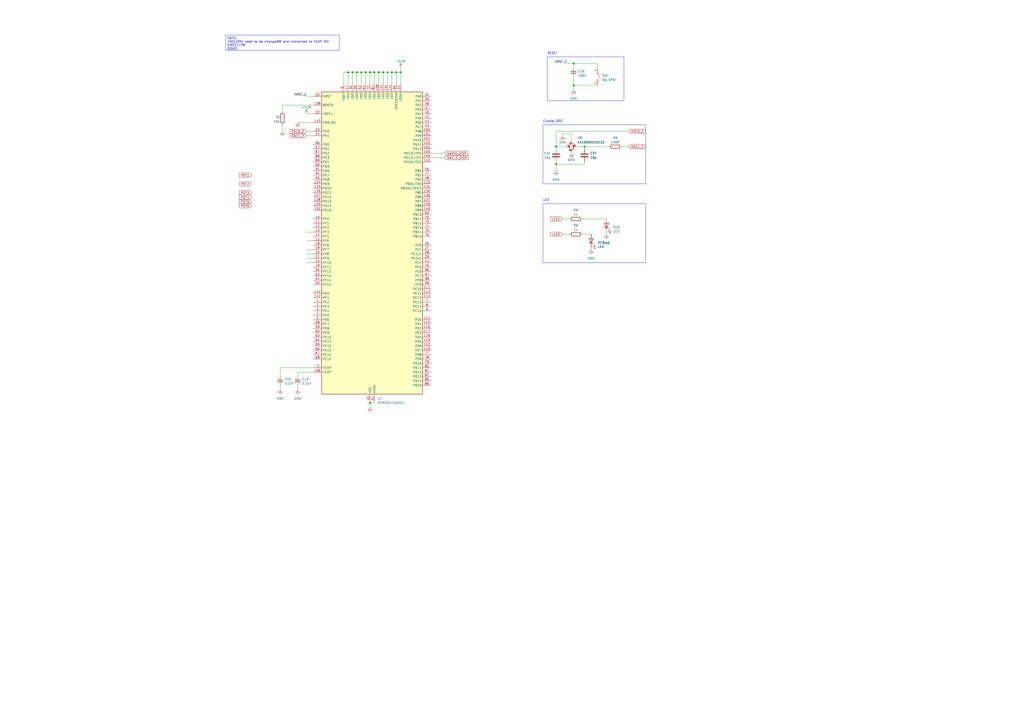
<source format=kicad_sch>
(kicad_sch (version 20230121) (generator eeschema)
  (paper "A2")
  (lib_symbols
    (symbol "Device:C" (pin_numbers hide) (pin_names (offset 0.254))
      (property "Reference" "C" (at 0.635 2.54 0))
      (property "Value" "C" (at 0.635 -2.54 0))
      (symbol "C_0_1"
        (polyline (pts (xy -2.032 -0.762) (xy 2.032 -0.762)) (stroke (width 0.508)))
        (polyline (pts (xy -2.032 0.762) (xy 2.032 0.762)) (stroke (width 0.508)))
      )
      (symbol "C_1_1"
        (pin passive line (at 0 3.81 270) (length 2.794) (name "~") (number "1"))
        (pin passive line (at 0 -3.81 90) (length 2.794) (name "~") (number "2"))
      )
    )
    (symbol "Device:C_Polarized_Small_US" (pin_numbers hide) (pin_names (offset 0.254) hide)
      (property "Reference" "C" (at 0.254 1.778 0))
      (property "Value" "C_Polarized_Small_US" (at 0.254 -2.032 0))
      (symbol "C_Polarized_Small_US_0_1"
        (polyline (pts (xy -1.524 0.508) (xy 1.524 0.508)) (stroke (width 0.3048)))
        (polyline (pts (xy -1.27 1.524) (xy -0.762 1.524)))
        (polyline (pts (xy -1.016 1.27) (xy -1.016 1.778)))
        (arc (start 1.524 -0.762) (mid 0 -0.3734) (end -1.524 -0.762) (stroke (width 0.3048)))
      )
      (symbol "C_Polarized_Small_US_1_1"
        (pin passive line (at 0 2.54 270) (length 2.032) (name "~") (number "1"))
        (pin passive line (at 0 -2.54 90) (length 2.032) (name "~") (number "2"))
      )
    )
    (symbol "Device:C_Small" (pin_numbers hide) (pin_names (offset 0.254) hide)
      (property "Reference" "C" (at 0.254 1.778 0))
      (property "Value" "C_Small" (at 0.254 -2.032 0))
      (symbol "C_Small_0_1"
        (polyline (pts (xy -1.524 -0.508) (xy 1.524 -0.508)) (stroke (width 0.3302)))
        (polyline (pts (xy -1.524 0.508) (xy 1.524 0.508)) (stroke (width 0.3048)))
      )
      (symbol "C_Small_1_1"
        (pin passive line (at 0 2.54 270) (length 2.032) (name "~") (number "1"))
        (pin passive line (at 0 -2.54 90) (length 2.032) (name "~") (number "2"))
      )
    )
    (symbol "Device:Crystal_GND24_Small" (pin_names (offset 1.016) hide)
      (property "Reference" "Y" (at 1.27 4.445 0))
      (property "Value" "Crystal_GND24_Small" (at 1.27 2.54 0))
      (symbol "Crystal_GND24_Small_0_1"
        (rectangle (start -0.762 -1.524) (end 0.762 1.524))
        (polyline (pts (xy -1.27 -0.762) (xy -1.27 0.762)) (stroke (width 0.381)))
        (polyline (pts (xy 1.27 -0.762) (xy 1.27 0.762)) (stroke (width 0.381)))
        (polyline (pts (xy -1.27 -1.27) (xy -1.27 -1.905) (xy 1.27 -1.905) (xy 1.27 -1.27)))
        (polyline (pts (xy -1.27 1.27) (xy -1.27 1.905) (xy 1.27 1.905) (xy 1.27 1.27)))
      )
      (symbol "Crystal_GND24_Small_1_1"
        (pin passive line (at -2.54 0 0) (length 1.27) (name "1") (number "1"))
        (pin passive line (at 0 -2.54 90) (length 0.635) (name "2") (number "2"))
        (pin passive line (at 2.54 0 180) (length 1.27) (name "3") (number "3"))
        (pin passive line (at 0 2.54 270) (length 0.635) (name "4") (number "4"))
      )
    )
    (symbol "Device:LED" (pin_numbers hide) (pin_names (offset 1.016) hide)
      (property "Reference" "D" (at 0 2.54 0))
      (property "Value" "LED" (at 0 -2.54 0))
      (symbol "LED_0_1"
        (polyline (pts (xy -1.27 -1.27) (xy -1.27 1.27)) (stroke (width 0.254)))
        (polyline (pts (xy -1.27 0) (xy 1.27 0)))
        (polyline (pts (xy 1.27 -1.27) (xy 1.27 1.27) (xy -1.27 0) (xy 1.27 -1.27)) (stroke (width 0.254)))
        (polyline (pts (xy -3.048 -0.762) (xy -4.572 -2.286) (xy -3.81 -2.286) (xy -4.572 -2.286) (xy -4.572 -1.524)))
        (polyline (pts (xy -1.778 -0.762) (xy -3.302 -2.286) (xy -2.54 -2.286) (xy -3.302 -2.286) (xy -3.302 -1.524)))
      )
      (symbol "LED_1_1"
        (pin passive line (at -3.81 0 0) (length 2.54) (name "K") (number "1"))
        (pin passive line (at 3.81 0 180) (length 2.54) (name "A") (number "2"))
      )
    )
    (symbol "Device:R" (pin_numbers hide) (pin_names (offset 0))
      (property "Reference" "R" (at 2.032 0 90))
      (property "Value" "R" (at 0 0 90))
      (symbol "R_0_1"
        (rectangle (start -1.016 -2.54) (end 1.016 2.54) (stroke (width 0.254)))
      )
      (symbol "R_1_1"
        (pin passive line (at 0 3.81 270) (length 1.27) (name "~") (number "1"))
        (pin passive line (at 0 -3.81 90) (length 1.27) (name "~") (number "2"))
      )
    )
    (symbol "MCU_ST_STM32H7:STM32H723ZGTx"
      (property "Reference" "U" (at -27.94 90.17 0))
      (property "Value" "STM32H723ZGTx" (at 20.32 90.17 0))
      (symbol "STM32H723ZGTx_0_1"
        (rectangle (start -27.94 -86.36) (end 30.48 88.9) (stroke (width 0.254)) (fill (type background)))
      )
      (symbol "STM32H723ZGTx_1_1"
        (pin bidirectional line (at -33.02 -33.02 0) (length 5.08) (name "PE2") (number "1"))
        (pin bidirectional line (at -33.02 15.24 0) (length 5.08) (name "PF0") (number "10"))
        (pin bidirectional line (at 35.56 66.04 180) (length 5.08) (name "PA8") (number "100"))
        (pin bidirectional line (at 35.56 63.5 180) (length 5.08) (name "PA9") (number "101"))
        (pin bidirectional line (at 35.56 60.96 180) (length 5.08) (name "PA10") (number "102"))
        (pin bidirectional line (at 35.56 58.42 180) (length 5.08) (name "PA11") (number "103"))
        (pin bidirectional line (at 35.56 55.88 180) (length 5.08) (name "PA12") (number "104"))
        (pin bidirectional line (at 35.56 53.34 180) (length 5.08) (name "PA13(JTMS") (number "105"))
        (pin power_out line (at -33.02 -73.66 0) (length 5.08) (name "VCAP") (number "106"))
        (pin passive line (at 0 -91.44 90) (length 5.08) hide (name "VSS") (number "107"))
        (pin power_in line (at 5.08 93.98 270) (length 5.08) (name "VDD") (number "108"))
        (pin bidirectional line (at 35.56 50.8 180) (length 5.08) (name "PA14(JTCK") (number "109"))
        (pin bidirectional line (at -33.02 12.7 0) (length 5.08) (name "PF1") (number "11"))
        (pin bidirectional line (at 35.56 48.26 180) (length 5.08) (name "PA15(JTDI)") (number "110"))
        (pin bidirectional line (at 35.56 -25.4 180) (length 5.08) (name "PC10") (number "111"))
        (pin bidirectional line (at 35.56 -27.94 180) (length 5.08) (name "PC11") (number "112"))
        (pin bidirectional line (at 35.56 -30.48 180) (length 5.08) (name "PC12") (number "113"))
        (pin bidirectional line (at 35.56 -43.18 180) (length 5.08) (name "PD0") (number "114"))
        (pin bidirectional line (at 35.56 -45.72 180) (length 5.08) (name "PD1") (number "115"))
        (pin bidirectional line (at 35.56 -48.26 180) (length 5.08) (name "PD2") (number "116"))
        (pin bidirectional line (at 35.56 -50.8 180) (length 5.08) (name "PD3") (number "117"))
        (pin bidirectional line (at 35.56 -53.34 180) (length 5.08) (name "PD4") (number "118"))
        (pin bidirectional line (at 35.56 -55.88 180) (length 5.08) (name "PD5") (number "119"))
        (pin bidirectional line (at -33.02 10.16 0) (length 5.08) (name "PF2") (number "12"))
        (pin passive line (at 0 -91.44 90) (length 5.08) hide (name "VSS") (number "120"))
        (pin power_in line (at 7.62 93.98 270) (length 5.08) (name "VDD") (number "121"))
        (pin bidirectional line (at 35.56 -58.42 180) (length 5.08) (name "PD6") (number "122"))
        (pin bidirectional line (at 35.56 -60.96 180) (length 5.08) (name "PD7") (number "123"))
        (pin bidirectional line (at -33.02 35.56 0) (length 5.08) (name "PG9") (number "124"))
        (pin bidirectional line (at -33.02 33.02 0) (length 5.08) (name "PG10") (number "125"))
        (pin bidirectional line (at -33.02 30.48 0) (length 5.08) (name "PG11") (number "126"))
        (pin bidirectional line (at -33.02 27.94 0) (length 5.08) (name "PG12") (number "127"))
        (pin bidirectional line (at -33.02 25.4 0) (length 5.08) (name "PG13") (number "128"))
        (pin bidirectional line (at -33.02 22.86 0) (length 5.08) (name "PG14") (number "129"))
        (pin bidirectional line (at -33.02 7.62 0) (length 5.08) (name "PF3") (number "13"))
        (pin passive line (at 0 -91.44 90) (length 5.08) hide (name "VSS") (number "130"))
        (pin power_in line (at 10.16 93.98 270) (length 5.08) (name "VDD") (number "131"))
        (pin bidirectional line (at -33.02 20.32 0) (length 5.08) (name "PG15") (number "132"))
        (pin bidirectional line (at 35.56 35.56 180) (length 5.08) (name "PB3(JTDO") (number "133"))
        (pin bidirectional line (at 35.56 33.02 180) (length 5.08) (name "PB4(NJTRST)") (number "134"))
        (pin bidirectional line (at 35.56 30.48 180) (length 5.08) (name "PB5") (number "135"))
        (pin bidirectional line (at 35.56 27.94 180) (length 5.08) (name "PB6") (number "136"))
        (pin bidirectional line (at 35.56 25.4 180) (length 5.08) (name "PB7") (number "137"))
        (pin input line (at -33.02 81.28 0) (length 5.08) (name "BOOT0") (number "138"))
        (pin bidirectional line (at 35.56 22.86 180) (length 5.08) (name "PB8") (number "139"))
        (pin bidirectional line (at -33.02 5.08 0) (length 5.08) (name "PF4") (number "14"))
        (pin bidirectional line (at 35.56 20.32 180) (length 5.08) (name "PB9") (number "140"))
        (pin bidirectional line (at -33.02 -27.94 0) (length 5.08) (name "PE0") (number "141"))
        (pin bidirectional line (at -33.02 -30.48 0) (length 5.08) (name "PE1") (number "142"))
        (pin input line (at -33.02 71.12 0) (length 5.08) (name "PDR_ON") (number "143"))
        (pin power_in line (at 12.7 93.98 270) (length 5.08) (name "VDD") (number "144"))
        (pin bidirectional line (at -33.02 2.54 0) (length 5.08) (name "PF5") (number "15"))
        (pin power_in line (at 0 -91.44 90) (length 5.08) (name "VSS") (number "16"))
        (pin power_in line (at -12.7 93.98 270) (length 5.08) (name "VDD") (number "17"))
        (pin bidirectional line (at -33.02 0 0) (length 5.08) (name "PF6") (number "18"))
        (pin bidirectional line (at -33.02 -2.54 0) (length 5.08) (name "PF7") (number "19"))
        (pin bidirectional line (at -33.02 -35.56 0) (length 5.08) (name "PE3") (number "2"))
        (pin bidirectional line (at -33.02 -5.08 0) (length 5.08) (name "PF8") (number "20"))
        (pin bidirectional line (at -33.02 -7.62 0) (length 5.08) (name "PF9") (number "21"))
        (pin bidirectional line (at -33.02 -10.16 0) (length 5.08) (name "PF10") (number "22"))
        (pin bidirectional line (at -33.02 66.04 0) (length 5.08) (name "PH0") (number "23"))
        (pin bidirectional line (at -33.02 63.5 0) (length 5.08) (name "PH1") (number "24"))
        (pin input line (at -33.02 86.36 0) (length 5.08) (name "NRST") (number "25"))
        (pin bidirectional line (at 35.56 0 180) (length 5.08) (name "PC0") (number "26"))
        (pin bidirectional line (at 35.56 -2.54 180) (length 5.08) (name "PC1") (number "27"))
        (pin bidirectional line (at 35.56 -5.08 180) (length 5.08) (name "PC2_C") (number "28"))
        (pin bidirectional line (at 35.56 -7.62 180) (length 5.08) (name "PC3_C") (number "29"))
        (pin bidirectional line (at -33.02 -38.1 0) (length 5.08) (name "PE4") (number "3"))
        (pin power_in line (at -10.16 93.98 270) (length 5.08) (name "VDD") (number "30"))
        (pin power_in line (at 2.54 -91.44 90) (length 5.08) (name "VSSA") (number "31"))
        (pin input line (at -33.02 76.2 0) (length 5.08) (name "VREF+") (number "32"))
        (pin power_in line (at 17.78 93.98 270) (length 5.08) (name "VDDA") (number "33"))
        (pin bidirectional line (at 35.56 86.36 180) (length 5.08) (name "PA0") (number "34"))
        (pin bidirectional line (at 35.56 83.82 180) (length 5.08) (name "PA1") (number "35"))
        (pin bidirectional line (at 35.56 81.28 180) (length 5.08) (name "PA2") (number "36"))
        (pin bidirectional line (at 35.56 78.74 180) (length 5.08) (name "PA3") (number "37"))
        (pin passive line (at 0 -91.44 90) (length 5.08) hide (name "VSS") (number "38"))
        (pin power_in line (at -7.62 93.98 270) (length 5.08) (name "VDD") (number "39"))
        (pin bidirectional line (at -33.02 -40.64 0) (length 5.08) (name "PE5") (number "4"))
        (pin bidirectional line (at 35.56 76.2 180) (length 5.08) (name "PA4") (number "40"))
        (pin bidirectional line (at 35.56 73.66 180) (length 5.08) (name "PA5") (number "41"))
        (pin bidirectional line (at 35.56 71.12 180) (length 5.08) (name "PA6") (number "42"))
        (pin bidirectional line (at 35.56 68.58 180) (length 5.08) (name "PA7") (number "43"))
        (pin bidirectional line (at 35.56 -10.16 180) (length 5.08) (name "PC4") (number "44"))
        (pin bidirectional line (at 35.56 -12.7 180) (length 5.08) (name "PC5") (number "45"))
        (pin bidirectional line (at 35.56 43.18 180) (length 5.08) (name "PB0") (number "46"))
        (pin bidirectional line (at 35.56 40.64 180) (length 5.08) (name "PB1") (number "47"))
        (pin bidirectional line (at 35.56 38.1 180) (length 5.08) (name "PB2") (number "48"))
        (pin bidirectional line (at -33.02 -12.7 0) (length 5.08) (name "PF11") (number "49"))
        (pin bidirectional line (at -33.02 -43.18 0) (length 5.08) (name "PE6") (number "5"))
        (pin bidirectional line (at -33.02 -15.24 0) (length 5.08) (name "PF12") (number "50"))
        (pin passive line (at 0 -91.44 90) (length 5.08) hide (name "VSS") (number "51"))
        (pin power_in line (at -5.08 93.98 270) (length 5.08) (name "VDD") (number "52"))
        (pin bidirectional line (at -33.02 -17.78 0) (length 5.08) (name "PF13") (number "53"))
        (pin bidirectional line (at -33.02 -20.32 0) (length 5.08) (name "PF14") (number "54"))
        (pin bidirectional line (at -33.02 -22.86 0) (length 5.08) (name "PF15") (number "55"))
        (pin bidirectional line (at -33.02 58.42 0) (length 5.08) (name "PG0") (number "56"))
        (pin bidirectional line (at -33.02 55.88 0) (length 5.08) (name "PG1") (number "57"))
        (pin bidirectional line (at -33.02 -45.72 0) (length 5.08) (name "PE7") (number "58"))
        (pin bidirectional line (at -33.02 -48.26 0) (length 5.08) (name "PE8") (number "59"))
        (pin power_in line (at -15.24 93.98 270) (length 5.08) (name "VBAT") (number "6"))
        (pin bidirectional line (at -33.02 -50.8 0) (length 5.08) (name "PE9") (number "60"))
        (pin passive line (at 0 -91.44 90) (length 5.08) hide (name "VSS") (number "61"))
        (pin power_in line (at -2.54 93.98 270) (length 5.08) (name "VDD") (number "62"))
        (pin bidirectional line (at -33.02 -53.34 0) (length 5.08) (name "PE10") (number "63"))
        (pin bidirectional line (at -33.02 -55.88 0) (length 5.08) (name "PE11") (number "64"))
        (pin bidirectional line (at -33.02 -58.42 0) (length 5.08) (name "PE12") (number "65"))
        (pin bidirectional line (at -33.02 -60.96 0) (length 5.08) (name "PE13") (number "66"))
        (pin bidirectional line (at -33.02 -63.5 0) (length 5.08) (name "PE14") (number "67"))
        (pin bidirectional line (at -33.02 -66.04 0) (length 5.08) (name "PE15") (number "68"))
        (pin bidirectional line (at 35.56 17.78 180) (length 5.08) (name "PB10") (number "69"))
        (pin bidirectional line (at 35.56 -33.02 180) (length 5.08) (name "PC13") (number "7"))
        (pin bidirectional line (at 35.56 15.24 180) (length 5.08) (name "PB11") (number "70"))
        (pin power_out line (at -33.02 -71.12 0) (length 5.08) (name "VCAP") (number "71"))
        (pin power_in line (at 0 93.98 270) (length 5.08) (name "VDD") (number "72"))
        (pin bidirectional line (at 35.56 12.7 180) (length 5.08) (name "PB12") (number "73"))
        (pin bidirectional line (at 35.56 10.16 180) (length 5.08) (name "PB13") (number "74"))
        (pin bidirectional line (at 35.56 7.62 180) (length 5.08) (name "PB14") (number "75"))
        (pin bidirectional line (at 35.56 5.08 180) (length 5.08) (name "PB15") (number "76"))
        (pin bidirectional line (at 35.56 -63.5 180) (length 5.08) (name "PD8") (number "77"))
        (pin bidirectional line (at 35.56 -66.04 180) (length 5.08) (name "PD9") (number "78"))
        (pin bidirectional line (at 35.56 -68.58 180) (length 5.08) (name "PD10") (number "79"))
        (pin bidirectional line (at 35.56 -35.56 180) (length 5.08) (name "PC14") (number "8"))
        (pin bidirectional line (at 35.56 -71.12 180) (length 5.08) (name "PD11") (number "80"))
        (pin bidirectional line (at 35.56 -73.66 180) (length 5.08) (name "PD12") (number "81"))
        (pin bidirectional line (at 35.56 -76.2 180) (length 5.08) (name "PD13") (number "82"))
        (pin passive line (at 0 -91.44 90) (length 5.08) hide (name "VSS") (number "83"))
        (pin power_in line (at 2.54 93.98 270) (length 5.08) (name "VDD") (number "84"))
        (pin bidirectional line (at 35.56 -78.74 180) (length 5.08) (name "PD14") (number "85"))
        (pin bidirectional line (at 35.56 -81.28 180) (length 5.08) (name "PD15") (number "86"))
        (pin bidirectional line (at -33.02 53.34 0) (length 5.08) (name "PG2") (number "87"))
        (pin bidirectional line (at -33.02 50.8 0) (length 5.08) (name "PG3") (number "88"))
        (pin bidirectional line (at -33.02 48.26 0) (length 5.08) (name "PG4") (number "89"))
        (pin bidirectional line (at 35.56 -38.1 180) (length 5.08) (name "PC15") (number "9"))
        (pin bidirectional line (at -33.02 45.72 0) (length 5.08) (name "PG5") (number "90"))
        (pin bidirectional line (at -33.02 43.18 0) (length 5.08) (name "PG6") (number "91"))
        (pin bidirectional line (at -33.02 40.64 0) (length 5.08) (name "PG7") (number "92"))
        (pin bidirectional line (at -33.02 38.1 0) (length 5.08) (name "PG8") (number "93"))
        (pin passive line (at 0 -91.44 90) (length 5.08) hide (name "VSS") (number "94"))
        (pin power_in line (at 15.24 93.98 270) (length 5.08) (name "VDD33USB") (number "95"))
        (pin bidirectional line (at 35.56 -15.24 180) (length 5.08) (name "PC6") (number "96"))
        (pin bidirectional line (at 35.56 -17.78 180) (length 5.08) (name "PC7") (number "97"))
        (pin bidirectional line (at 35.56 -20.32 180) (length 5.08) (name "PC8") (number "98"))
        (pin bidirectional line (at 35.56 -22.86 180) (length 5.08) (name "PC9") (number "99"))
      )
    )
    (symbol "Switch:SW_SPST" (pin_names (offset 0) hide)
      (property "Reference" "SW" (at 0 3.175 0))
      (property "Value" "SW_SPST" (at 0 -2.54 0))
      (symbol "SW_SPST_0_0"
        (circle (center -2.032 0) (radius 0.508))
        (polyline (pts (xy -1.524 0.254) (xy 1.524 1.778)))
        (circle (center 2.032 0) (radius 0.508))
      )
      (symbol "SW_SPST_1_1"
        (pin passive line (at -5.08 0 0) (length 2.54) (name "A") (number "1"))
        (pin passive line (at 5.08 0 180) (length 2.54) (name "B") (number "2"))
      )
    )
    (symbol "power:+3.3V" (power) (pin_names (offset 0))
      (property "Value" "+3.3V" (at 0 3.556 0))
      (symbol "+3.3V_0_1"
        (polyline (pts (xy -0.762 1.27) (xy 0 2.54)))
        (polyline (pts (xy 0 0) (xy 0 2.54)))
        (polyline (pts (xy 0 2.54) (xy 0.762 1.27)))
      )
      (symbol "+3.3V_1_1"
        (pin power_in line (at 0 0 90) (length 0) hide (name "+3.3V") (number "1"))
      )
    )
    (symbol "power:GND" (power) (pin_names (offset 0))
      (property "Value" "GND" (at 0 -3.81 0))
      (symbol "GND_0_1"
        (polyline (pts (xy 0 0) (xy 0 -1.27) (xy 1.27 -1.27) (xy 0 -2.54) (xy -1.27 -1.27) (xy 0 -1.27)))
      )
      (symbol "GND_1_1"
        (pin power_in line (at 0 0 270) (length 0) hide (name "GND") (number "1"))
      )
    )
  )
  (junction (at 322.58 85.09))
  (junction (at 204.47 41.91))
  (junction (at 219.71 41.91))
  (junction (at 224.79 41.91))
  (junction (at 339.09 85.09))
  (junction (at 214.63 233.68))
  (junction (at 212.09 41.91))
  (junction (at 332.74 49.53))
  (junction (at 232.41 41.91))
  (junction (at 209.55 41.91))
  (junction (at 207.01 41.91))
  (junction (at 229.87 41.91))
  (junction (at 214.63 41.91))
  (junction (at 227.33 41.91))
  (junction (at 201.93 41.91))
  (junction (at 222.25 41.91))
  (junction (at 322.58 95.25))
  (junction (at 332.74 36.83))
  (junction (at 217.17 41.91))
  (wire (pts (xy 177.8 134.62) (xy 181.61 134.62)))
  (wire (pts (xy 331.47 77.47) (xy 331.47 82.55)))
  (wire (pts (xy 322.58 76.2) (xy 322.58 85.09)))
  (wire (pts (xy 214.63 233.68) (xy 217.17 233.68)))
  (wire (pts (xy 227.33 41.91) (xy 229.87 41.91)))
  (wire (pts (xy 257.81 88.9) (xy 250.19 88.9)))
  (wire (pts (xy 257.81 91.44) (xy 250.19 91.44)))
  (wire (pts (xy 217.17 41.91) (xy 219.71 41.91)))
  (wire (pts (xy 360.68 85.09) (xy 364.49 85.09)))
  (wire (pts (xy 222.25 41.91) (xy 224.79 41.91)))
  (wire (pts (xy 332.74 36.83) (xy 346.71 36.83)))
  (wire (pts (xy 177.8 152.4) (xy 181.61 152.4)))
  (wire (pts (xy 214.63 41.91) (xy 214.63 48.26)))
  (wire (pts (xy 172.72 223.52) (xy 172.72 226.06)))
  (wire (pts (xy 177.8 78.74) (xy 181.61 78.74)))
  (wire (pts (xy 339.09 86.36) (xy 339.09 85.09)))
  (wire (pts (xy 209.55 41.91) (xy 209.55 48.26)))
  (wire (pts (xy 339.09 85.09) (xy 353.06 85.09)))
  (wire (pts (xy 177.8 147.32) (xy 181.61 147.32)))
  (wire (pts (xy 227.33 41.91) (xy 227.33 48.26)))
  (wire (pts (xy 172.72 215.9) (xy 172.72 218.44)))
  (wire (pts (xy 199.39 41.91) (xy 199.39 48.26)))
  (wire (pts (xy 326.39 77.47) (xy 331.47 77.47)))
  (wire (pts (xy 207.01 41.91) (xy 207.01 48.26)))
  (wire (pts (xy 162.56 213.36) (xy 181.61 213.36)))
  (wire (pts (xy 207.01 41.91) (xy 209.55 41.91)))
  (wire (pts (xy 322.58 85.09) (xy 322.58 86.36)))
  (wire (pts (xy 337.82 127) (xy 351.79 127)))
  (wire (pts (xy 177.8 149.86) (xy 181.61 149.86)))
  (wire (pts (xy 322.58 85.09) (xy 328.93 85.09)))
  (wire (pts (xy 334.01 85.09) (xy 339.09 85.09)))
  (wire (pts (xy 332.74 49.53) (xy 332.74 52.07)))
  (wire (pts (xy 232.41 39.37) (xy 232.41 41.91)))
  (wire (pts (xy 224.79 41.91) (xy 224.79 48.26)))
  (wire (pts (xy 201.93 41.91) (xy 201.93 48.26)))
  (wire (pts (xy 201.93 41.91) (xy 204.47 41.91)))
  (wire (pts (xy 328.93 36.83) (xy 332.74 36.83)))
  (wire (pts (xy 332.74 49.53) (xy 346.71 49.53)))
  (wire (pts (xy 326.39 127) (xy 330.2 127)))
  (wire (pts (xy 332.74 44.45) (xy 332.74 49.53)))
  (wire (pts (xy 346.71 39.37) (xy 346.71 36.83)))
  (wire (pts (xy 229.87 41.91) (xy 232.41 41.91)))
  (wire (pts (xy 214.63 236.22) (xy 214.63 233.68)))
  (wire (pts (xy 224.79 41.91) (xy 227.33 41.91)))
  (wire (pts (xy 326.39 135.89) (xy 330.2 135.89)))
  (wire (pts (xy 177.8 66.04) (xy 181.61 66.04)))
  (wire (pts (xy 177.8 55.88) (xy 181.61 55.88)))
  (wire (pts (xy 163.83 60.96) (xy 181.61 60.96)))
  (wire (pts (xy 322.58 76.2) (xy 364.49 76.2)))
  (wire (pts (xy 342.9 143.51) (xy 342.9 144.78)))
  (wire (pts (xy 163.83 64.77) (xy 163.83 60.96)))
  (wire (pts (xy 199.39 41.91) (xy 201.93 41.91)))
  (wire (pts (xy 212.09 41.91) (xy 212.09 48.26)))
  (wire (pts (xy 322.58 95.25) (xy 322.58 99.06)))
  (wire (pts (xy 322.58 95.25) (xy 339.09 95.25)))
  (wire (pts (xy 177.8 76.2) (xy 181.61 76.2)))
  (wire (pts (xy 172.72 71.12) (xy 181.61 71.12)))
  (wire (pts (xy 172.72 215.9) (xy 181.61 215.9)))
  (wire (pts (xy 219.71 41.91) (xy 219.71 48.26)))
  (wire (pts (xy 337.82 135.89) (xy 342.9 135.89)))
  (wire (pts (xy 232.41 41.91) (xy 232.41 48.26)))
  (wire (pts (xy 332.74 36.83) (xy 332.74 39.37)))
  (wire (pts (xy 331.47 87.63) (xy 331.47 88.9)))
  (wire (pts (xy 204.47 41.91) (xy 204.47 48.26)))
  (wire (pts (xy 163.83 72.39) (xy 163.83 76.2)))
  (wire (pts (xy 351.79 134.62) (xy 351.79 135.89)))
  (wire (pts (xy 214.63 41.91) (xy 217.17 41.91)))
  (wire (pts (xy 209.55 41.91) (xy 212.09 41.91)))
  (wire (pts (xy 217.17 41.91) (xy 217.17 48.26)))
  (wire (pts (xy 326.39 78.74) (xy 326.39 77.47)))
  (wire (pts (xy 212.09 41.91) (xy 214.63 41.91)))
  (wire (pts (xy 222.25 41.91) (xy 222.25 48.26)))
  (wire (pts (xy 229.87 48.26) (xy 229.87 41.91)))
  (wire (pts (xy 339.09 93.98) (xy 339.09 95.25)))
  (wire (pts (xy 322.58 93.98) (xy 322.58 95.25)))
  (wire (pts (xy 177.8 144.78) (xy 181.61 144.78)))
  (wire (pts (xy 204.47 41.91) (xy 207.01 41.91)))
  (wire (pts (xy 162.56 223.52) (xy 162.56 226.06)))
  (wire (pts (xy 219.71 41.91) (xy 222.25 41.91)))
  (wire (pts (xy 177.8 139.7) (xy 181.61 139.7)))
  (wire (pts (xy 162.56 218.44) (xy 162.56 213.36)))
  (rectangle (start 314.96 72.39) (end 374.65 106.68))
  (rectangle (start 314.96 118.11) (end 374.65 152.4))
  (rectangle (start 317.5 33.02) (end 361.95 58.42))
  (text_box "NOTE:\nVDD12DSI need to be changed!!! and connected to VCAP DSI DIRECTLY!!!\nDONE!\n" (at 130.81 20.32 0) (size 66.04 8.89) (effects (font (size 1.27 1.27)) (justify left top)))
  (text "Crystal_OSC" (at 314.96 71.12 0) (effects (font (size 1.27 1.27)) (justify left bottom)))
  (text "LED" (at 314.96 116.84 0) (effects (font (size 1.27 1.27)) (justify left bottom)))
  (text "RESET\n" (at 317.5 31.75 0) (effects (font (size 1.27 1.27)) (justify left bottom)))
  (label "NRST_2" (at 328.93 36.83 180))
  (label "NRST_2" (at 177.8 55.88 180))
  (global_label "POT4" (shape input) (at 146.05 114.3 180) (property "Intersheetrefs" "${INTERSHEET_REFS}" (effects hide)))
  (global_label "SWCLK_DISP" (shape input) (at 257.81 91.44 0) (property "Intersheetrefs" "${INTERSHEET_REFS}" (effects hide)))
  (global_label "LED1" (shape input) (at 326.39 127 180) (property "Intersheetrefs" "${INTERSHEET_REFS}" (effects hide)))
  (global_label "LED2" (shape input) (at 326.39 135.89 180) (property "Intersheetrefs" "${INTERSHEET_REFS}" (effects hide)))
  (global_label "SWDIO_DISP" (shape input) (at 257.81 88.9 0) (property "Intersheetrefs" "${INTERSHEET_REFS}" (effects hide)))
  (global_label "OSC0_2" (shape input) (at 177.8 76.2 180) (property "Intersheetrefs" "${INTERSHEET_REFS}" (effects hide)))
  (global_label "OSC1_2" (shape input) (at 364.49 85.09 0) (property "Intersheetrefs" "${INTERSHEET_REFS}" (effects hide)))
  (global_label "POT2" (shape input) (at 146.05 106.68 180) (property "Intersheetrefs" "${INTERSHEET_REFS}" (effects hide)))
  (global_label "OSC1_2" (shape input) (at 177.8 78.74 180) (property "Intersheetrefs" "${INTERSHEET_REFS}" (effects hide)))
  (global_label "POT6" (shape input) (at 146.05 119.38 180) (property "Intersheetrefs" "${INTERSHEET_REFS}" (effects hide)))
  (global_label "POT5" (shape input) (at 146.05 116.84 180) (property "Intersheetrefs" "${INTERSHEET_REFS}" (effects hide)))
  (global_label "POT3" (shape input) (at 146.05 111.76 180) (property "Intersheetrefs" "${INTERSHEET_REFS}" (effects hide)))
  (global_label "POT1" (shape input) (at 146.05 101.6 180) (property "Intersheetrefs" "${INTERSHEET_REFS}" (effects hide)))
  (global_label "OSC0_2" (shape input) (at 364.49 76.2 0) (property "Intersheetrefs" "${INTERSHEET_REFS}" (effects hide)))
  (symbol (lib_id "power:GND") (at 331.47 88.9 0) (unit 1)
    (property "Reference" "#PWR036" (effects hide))
    (property "Value" "GND" (at 331.47 92.71 0))
    (instances (project "stm_audio_board_V3" (path "" (reference "#PWR036") (unit 1)) (path "" (reference "#PWR026") (unit 1)) (path "" (reference "#PWR0102") (unit 1))))
  )
  (symbol (lib_id "power:+3.3V") (at 177.8 66.04 0) (unit 1)
    (property "Reference" "#PWR081" (effects hide))
    (property "Value" "+3.3V" (at 177.8 62.23 0))
    (instances (project "stm_audio_board_V3" (path "" (reference "#PWR081") (unit 1)) (path "" (reference "#PWR035") (unit 1)) (path "" (reference "#PWR060") (unit 1))))
  )
  (symbol (lib_id "power:GND") (at 162.56 226.06 0) (unit 1)
    (property "Reference" "#PWR08" (effects hide))
    (property "Value" "GND" (at 162.56 231.14 0))
    (instances (project "stm_audio_board_V3" (path "" (reference "#PWR08") (unit 1)) (path "" (reference "#PWR083") (unit 1)) (path "" (reference "#PWR031") (unit 1))))
  )
  (symbol (lib_id "Device:R") (at 334.01 127 270) (unit 1)
    (property "Reference" "R9" (at 334.01 121.92 90))
    (property "Value" "1k" (at 334.01 124.46 90))
    (property "Footprint" "Resistor_SMD:R_0603_1608Metric_Pad0.98x0.95mm_HandSolder" (effects hide))
    (instances (project "stm_audio_board_V3" (path "" (reference "R9") (unit 1)) (path "" (reference "R9") (unit 1)) (path "" (reference "R12") (unit 1)) (path "" (reference "R24") (unit 1))))
  )
  (symbol (lib_id "power:GND") (at 322.58 99.06 0) (unit 1)
    (property "Reference" "#PWR019" (effects hide))
    (property "Value" "GND" (at 322.58 104.14 0))
    (instances (project "stm_audio_board_V3" (path "" (reference "#PWR019") (unit 1)) (path "" (reference "#PWR07") (unit 1)) (path "" (reference "#PWR098") (unit 1))))
  )
  (symbol (lib_id "Device:C") (at 322.58 90.17 180) (unit 1)
    (property "Reference" "C31" (at 317.5 88.9 0))
    (property "Value" "10p" (at 317.5 91.44 0))
    (property "Footprint" "Capacitor_SMD:C_0603_1608Metric" (effects hide))
    (instances (project "stm_audio_board_V3" (path "" (reference "C31") (unit 1)) (path "" (reference "C31") (unit 1)) (path "" (reference "C123") (unit 1))))
  )
  (symbol (lib_id "Device:C") (at 339.09 90.17 180) (unit 1)
    (property "Reference" "C37" (at 344.17 88.9 0))
    (property "Value" "10p" (at 344.17 91.44 0))
    (property "Footprint" "Capacitor_SMD:C_0603_1608Metric" (effects hide))
    (instances (project "stm_audio_board_V3" (path "" (reference "C37") (unit 1)) (path "" (reference "C37") (unit 1)) (path "" (reference "C125") (unit 1))))
  )
  (symbol (lib_id "Device:C_Polarized_Small_US") (at 172.72 220.98 0) (unit 1)
    (property "Reference" "C15" (at 175.26 219.9132 0) (effects (justify left)))
    (property "Value" "2.2uF" (at 175.26 222.4532 0) (effects (justify left)))
    (property "Footprint" "Capacitor_SMD:C_0805_2012Metric_Pad1.18x1.45mm_HandSolder" (effects hide))
    (instances (project "stm_audio_board_V3" (path "" (reference "C15") (unit 1)) (path "" (reference "C49") (unit 1)) (path "" (reference "C122") (unit 1))))
  )
  (symbol (lib_id "power:GND") (at 342.9 144.78 0) (unit 1)
    (property "Reference" "#PWR019" (effects hide))
    (property "Value" "GND" (at 342.9 149.86 0))
    (instances (project "stm_audio_board_V3" (path "" (reference "#PWR019") (unit 1)) (path "" (reference "#PWR089") (unit 1)) (path "" (reference "#PWR0105") (unit 1))))
  )
  (symbol (lib_id "MCU_ST_STM32H7:STM32H723ZGTx") (at 214.63 142.24 0) (unit 1)
    (property "Reference" "U7" (at 219.1259 231.14 0) (effects (justify left)))
    (property "Value" "STM32H723ZGTx" (at 219.1259 233.68 0) (effects (justify left)))
    (property "Footprint" "Package_QFP:LQFP-144_20x20mm_P0.5mm" (effects hide))
    (property "Datasheet" "https://www.st.com/resource/en/datasheet/stm32h723zg.pdf" (effects hide))
    (property "JLCPCB" "C730146" (effects hide))
    (instances (project "stm_audio_board_V3" (path "" (reference "U7") (unit 1)) (path "" (reference "U15") (unit 1))))
  )
  (symbol (lib_id "Device:LED") (at 342.9 139.7 90) (unit 1)
    (property "Reference" "D11" (at 346.71 140.6525 90) (effects (justify right)))
    (property "Value" "LED" (at 346.71 143.1925 90) (effects (justify right)))
    (property "Footprint" "LED_SMD:LED_0603_1608Metric_Pad1.05x0.95mm_HandSolder" (effects hide))
    (instances (project "stm_audio_board_V3" (path "" (reference "D11") (unit 1)) (path "" (reference "D2") (unit 1))))
  )
  (symbol (lib_id "Device:R") (at 334.01 135.89 270) (unit 1)
    (property "Reference" "R9" (at 334.01 130.81 90))
    (property "Value" "1k" (at 334.01 133.35 90))
    (property "Footprint" "Resistor_SMD:R_0603_1608Metric_Pad0.98x0.95mm_HandSolder" (effects hide))
    (instances (project "stm_audio_board_V3" (path "" (reference "R9") (unit 1)) (path "" (reference "R9") (unit 1)) (path "" (reference "R25") (unit 1)) (path "" (reference "R66") (unit 1))))
  )
  (symbol (lib_id "power:GND") (at 163.83 76.2 0) (unit 1)
    (property "Reference" "#PWR010" (effects hide))
    (property "Value" "GND" (effects hide))
    (instances (project "stm_audio_board_V3" (path "" (reference "#PWR010") (unit 1)) (path "" (reference "#PWR022") (unit 1)) (path "" (reference "#PWR030") (unit 1))))
  )
  (symbol (lib_id "Device:LED") (at 351.79 130.81 90) (unit 1)
    (property "Reference" "D10" (at 355.6 131.7625 90) (effects (justify right)))
    (property "Value" "LED" (at 355.6 134.3025 90) (effects (justify right)))
    (property "Footprint" "LED_SMD:LED_0603_1608Metric_Pad1.05x0.95mm_HandSolder" (effects hide))
    (instances (project "stm_audio_board_V3" (path "" (reference "D10") (unit 1)) (path "" (reference "D3") (unit 1))))
  )
  (symbol (lib_id "Device:Crystal_GND24_Small") (at 331.47 85.09 0) (unit 1)
    (property "Reference" "Y2" (at 336.4483 80.01 0))
    (property "Value" "X1E0000210132" (at 342.7983 82.55 0))
    (property "Footprint" "Crystal:Crystal_SMD_SeikoEpson_TSX3225-4Pin_3.2x2.5mm_HandSoldering" (effects hide))
    (instances (project "stm_audio_board_V3" (path "" (reference "Y2") (unit 1)) (path "" (reference "Y2") (unit 1)) (path "" (reference "Y1") (unit 1))))
  )
  (symbol (lib_id "power:GND") (at 172.72 71.12 0) (unit 1)
    (property "Reference" "#PWR010" (effects hide))
    (property "Value" "GND" (effects hide))
    (instances (project "stm_audio_board_V3" (path "" (reference "#PWR010") (unit 1)) (path "" (reference "#PWR017") (unit 1)) (path "" (reference "#PWR033") (unit 1))))
  )
  (symbol (lib_id "Switch:SW_SPST") (at 346.71 44.45 270) (unit 1)
    (property "Reference" "SW1" (at 349.25 43.815 90) (effects (justify left)))
    (property "Value" "SW_SPST" (at 349.25 46.355 90) (effects (justify left)))
    (property "Footprint" "Button_Switch_SMD:SW_SPST_TL3305A" (effects hide))
    (instances (project "stm_audio_board_V3" (path "" (reference "SW1") (unit 1)) (path "" (reference "SW1") (unit 1)) (path "" (reference "SW2") (unit 1))))
  )
  (symbol (lib_id "power:GND") (at 326.39 78.74 0) (unit 1)
    (property "Reference" "#PWR055" (effects hide))
    (property "Value" "GND" (at 326.39 82.55 0))
    (instances (project "stm_audio_board_V3" (path "" (reference "#PWR055") (unit 1)) (path "" (reference "#PWR010") (unit 1)) (path "" (reference "#PWR099") (unit 1))))
  )
  (symbol (lib_id "power:GND") (at 172.72 226.06 0) (unit 1)
    (property "Reference" "#PWR08" (effects hide))
    (property "Value" "GND" (at 172.72 231.14 0))
    (instances (project "stm_audio_board_V3" (path "" (reference "#PWR08") (unit 1)) (path "" (reference "#PWR042") (unit 1)) (path "" (reference "#PWR046") (unit 1))))
  )
  (symbol (lib_id "Device:R") (at 163.83 68.58 0) (unit 1)
    (property "Reference" "R2" (at 160.02 67.945 0) (effects (justify left)))
    (property "Value" "10k" (at 158.75 70.485 0) (effects (justify left)))
    (property "Footprint" "Resistor_SMD:R_0603_1608Metric" (effects hide))
    (instances (project "stm_audio_board_V3" (path "" (reference "R2") (unit 1)) (path "" (reference "R1") (unit 1)) (path "" (reference "R18") (unit 1))))
  )
  (symbol (lib_id "Device:C_Polarized_Small_US") (at 162.56 220.98 0) (unit 1)
    (property "Reference" "C15" (at 165.1 219.9132 0) (effects (justify left)))
    (property "Value" "2.2uF" (at 165.1 222.4532 0) (effects (justify left)))
    (property "Footprint" "Capacitor_SMD:C_0805_2012Metric_Pad1.18x1.45mm_HandSolder" (effects hide))
    (instances (project "stm_audio_board_V3" (path "" (reference "C15") (unit 1)) (path "" (reference "C1") (unit 1)) (path "" (reference "C121") (unit 1))))
  )
  (symbol (lib_id "power:GND") (at 332.74 52.07 0) (unit 1)
    (property "Reference" "#PWR09" (effects hide))
    (property "Value" "GND" (at 332.74 57.15 0))
    (instances (project "stm_audio_board_V3" (path "" (reference "#PWR09") (unit 1)) (path "" (reference "#PWR09") (unit 1)) (path "" (reference "#PWR0103") (unit 1))))
  )
  (symbol (lib_id "Device:R") (at 356.87 85.09 270) (unit 1)
    (property "Reference" "R9" (at 356.87 80.01 90))
    (property "Value" "100R" (at 356.87 82.55 90))
    (property "Footprint" "Resistor_SMD:R_0603_1608Metric" (effects hide))
    (instances (project "stm_audio_board_V3" (path "" (reference "R9") (unit 1)) (path "" (reference "R9") (unit 1)) (path "" (reference "R2") (unit 1)) (path "" (reference "R74") (unit 1))))
  )
  (symbol (lib_id "power:+3.3V") (at 232.41 39.37 0) (unit 1)
    (property "Reference" "#PWR081" (effects hide))
    (property "Value" "+3.3V" (at 232.41 35.56 0))
    (instances (project "stm_audio_board_V3" (path "" (reference "#PWR081") (unit 1)) (path "" (reference "#PWR03") (unit 1)) (path "" (reference "#PWR070") (unit 1))))
  )
  (symbol (lib_id "power:GND") (at 214.63 236.22 0) (unit 1)
    (property "Reference" "#PWR010" (effects hide))
    (property "Value" "GND" (effects hide))
    (instances (project "stm_audio_board_V3" (path "" (reference "#PWR010") (unit 1)) (path "" (reference "#PWR039") (unit 1)) (path "" (reference "#PWR069") (unit 1))))
  )
  (symbol (lib_id "power:GND") (at 351.79 135.89 0) (unit 1)
    (property "Reference" "#PWR019" (effects hide))
    (property "Value" "GND" (at 351.79 140.97 0))
    (instances (project "stm_audio_board_V3" (path "" (reference "#PWR019") (unit 1)) (path "" (reference "#PWR096") (unit 1)) (path "" (reference "#PWR0107") (unit 1))))
  )
  (symbol (lib_id "Device:C_Small") (at 332.74 41.91 0) (unit 1)
    (property "Reference" "C16" (at 335.28 41.2813 0) (effects (justify left)))
    (property "Value" "100n" (at 335.28 43.8213 0) (effects (justify left)))
    (property "Footprint" "Capacitor_SMD:C_0603_1608Metric" (effects hide))
    (instances (project "stm_audio_board_V3" (path "" (reference "C16") (unit 1)) (path "" (reference "C16") (unit 1)) (path "" (reference "C124") (unit 1))))
  )
)
</source>
